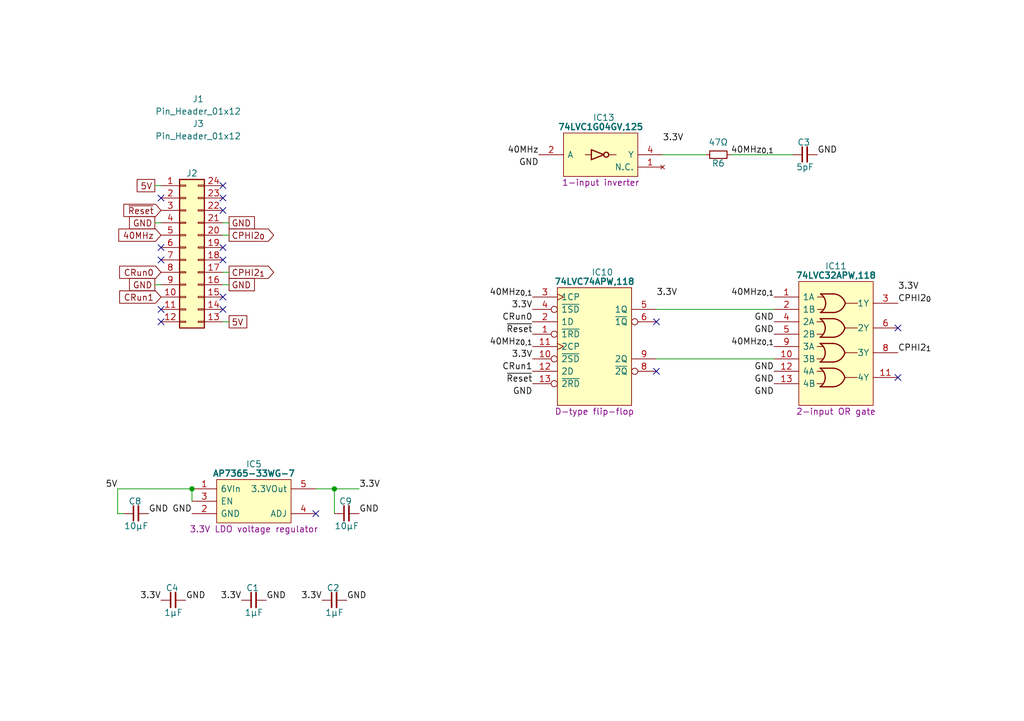
<source format=kicad_sch>
(kicad_sch (version 20250114) (generator "eeschema") (generator_version "9.0")
  (paper "A5")
  (title_block (title "Coprocessor Memory Select") (date "2025-06-17") (rev "V0"))
  (lib_symbols
    (symbol "Connector_Generic:Conn_02x12_Counter_Clockwise" (pin_names (offset 1.016) (hide yes))
      (property "Reference" "J" (at 1.27 15.24 0))
      (property "Value" "Conn_02x12_Counter_Clockwise" (at 1.27 -17.78 0))
      (symbol "Conn_02x12_Counter_Clockwise_1_1"
        (rectangle (start -1.27 13.97) (end 3.81 -16.51) (stroke (width 0.254)) (fill (type background)))
        (rectangle (start -1.27 12.827) (end 0 12.573) (stroke (width 0.1524)))
        (rectangle (start -1.27 10.287) (end 0 10.033) (stroke (width 0.1524)))
        (rectangle (start -1.27 7.747) (end 0 7.493) (stroke (width 0.1524)))
        (rectangle (start -1.27 5.207) (end 0 4.953) (stroke (width 0.1524)))
        (rectangle (start -1.27 2.667) (end 0 2.413) (stroke (width 0.1524)))
        (rectangle (start -1.27 0.127) (end 0 -0.127) (stroke (width 0.1524)))
        (rectangle (start -1.27 -2.413) (end 0 -2.667) (stroke (width 0.1524)))
        (rectangle (start -1.27 -4.953) (end 0 -5.207) (stroke (width 0.1524)))
        (rectangle (start -1.27 -7.493) (end 0 -7.747) (stroke (width 0.1524)))
        (rectangle (start -1.27 -10.033) (end 0 -10.287) (stroke (width 0.1524)))
        (rectangle (start -1.27 -12.573) (end 0 -12.827) (stroke (width 0.1524)))
        (rectangle (start -1.27 -15.113) (end 0 -15.367) (stroke (width 0.1524)))
        (rectangle (start 3.81 12.827) (end 2.54 12.573) (stroke (width 0.1524)))
        (rectangle (start 3.81 10.287) (end 2.54 10.033) (stroke (width 0.1524)))
        (rectangle (start 3.81 7.747) (end 2.54 7.493) (stroke (width 0.1524)))
        (rectangle (start 3.81 5.207) (end 2.54 4.953) (stroke (width 0.1524)))
        (rectangle (start 3.81 2.667) (end 2.54 2.413) (stroke (width 0.1524)))
        (rectangle (start 3.81 0.127) (end 2.54 -0.127) (stroke (width 0.1524)))
        (rectangle (start 3.81 -2.413) (end 2.54 -2.667) (stroke (width 0.1524)))
        (rectangle (start 3.81 -4.953) (end 2.54 -5.207) (stroke (width 0.1524)))
        (rectangle (start 3.81 -7.493) (end 2.54 -7.747) (stroke (width 0.1524)))
        (rectangle (start 3.81 -10.033) (end 2.54 -10.287) (stroke (width 0.1524)))
        (rectangle (start 3.81 -12.573) (end 2.54 -12.827) (stroke (width 0.1524)))
        (rectangle (start 3.81 -15.113) (end 2.54 -15.367) (stroke (width 0.1524)))
        (pin passive line (at -5.08 12.7 0) (length 3.81) (name "Pin_1") (number "1"))
        (pin passive line (at -5.08 10.16 0) (length 3.81) (name "Pin_2") (number "2"))
        (pin passive line (at -5.08 7.62 0) (length 3.81) (name "Pin_3") (number "3"))
        (pin passive line (at -5.08 5.08 0) (length 3.81) (name "Pin_4") (number "4"))
        (pin passive line (at -5.08 2.54 0) (length 3.81) (name "Pin_5") (number "5"))
        (pin passive line (at -5.08 0 0) (length 3.81) (name "Pin_6") (number "6"))
        (pin passive line (at -5.08 -2.54 0) (length 3.81) (name "Pin_7") (number "7"))
        (pin passive line (at -5.08 -5.08 0) (length 3.81) (name "Pin_8") (number "8"))
        (pin passive line (at -5.08 -7.62 0) (length 3.81) (name "Pin_9") (number "9"))
        (pin passive line (at -5.08 -10.16 0) (length 3.81) (name "Pin_10") (number "10"))
        (pin passive line (at -5.08 -12.7 0) (length 3.81) (name "Pin_11") (number "11"))
        (pin passive line (at -5.08 -15.24 0) (length 3.81) (name "Pin_12") (number "12"))
        (pin passive line (at 7.62 12.7 180) (length 3.81) (name "Pin_24") (number "24"))
        (pin passive line (at 7.62 10.16 180) (length 3.81) (name "Pin_23") (number "23"))
        (pin passive line (at 7.62 7.62 180) (length 3.81) (name "Pin_22") (number "22"))
        (pin passive line (at 7.62 5.08 180) (length 3.81) (name "Pin_21") (number "21"))
        (pin passive line (at 7.62 2.54 180) (length 3.81) (name "Pin_20") (number "20"))
        (pin passive line (at 7.62 0 180) (length 3.81) (name "Pin_19") (number "19"))
        (pin passive line (at 7.62 -2.54 180) (length 3.81) (name "Pin_18") (number "18"))
        (pin passive line (at 7.62 -5.08 180) (length 3.81) (name "Pin_17") (number "17"))
        (pin passive line (at 7.62 -7.62 180) (length 3.81) (name "Pin_16") (number "16"))
        (pin passive line (at 7.62 -10.16 180) (length 3.81) (name "Pin_15") (number "15"))
        (pin passive line (at 7.62 -12.7 180) (length 3.81) (name "Pin_14") (number "14"))
        (pin passive line (at 7.62 -15.24 180) (length 3.81) (name "Pin_13") (number "13"))
      )
    )
    (symbol "Diodes_Inc:AP7365-33WG-7" (pin_names (offset 0.762))
      (property "Reference" "IC" (at 12.7 5.08 0))
      (property "Value" "AP7365-33WG-7" (at 12.7 3.175 0))
      (property "Description" "3.3V LDO voltage regulator" (at 12.7 -8.255 0))
      (symbol "AP7365-33WG-7_0_0"
        (pin input line (at 0 -2.54 0) (length 5.08) (name "EN") (number "3"))
        (pin passive line (at 0 -5.08 0) (length 5.08) (name "GND") (number "2"))
        (pin passive line (at 25.4 -5.08 180) (length 5.08) (name "ADJ") (number "4"))
      )
      (symbol "AP7365-33WG-7_0_1"
        (polyline (pts (xy 5.08 1.905) (xy 20.32 1.905) (xy 20.32 -6.985) (xy 5.08 -6.985) (xy 5.08 1.905)) (fill (type background)))
      )
      (symbol "AP7365-33WG-7_1_0"
        (pin passive line (at 0 0 0) (length 5.08) (name "6VIn") (number "1"))
        (pin passive line (at 25.4 0 180) (length 5.08) (name "3.3VOut") (number "5"))
      )
    )
    (symbol "HCP65:C_0805" (pin_numbers (hide yes)) (pin_names (offset 0.254) (hide yes))
      (property "Reference" "C" (at 2.286 2.54 0))
      (property "Value" "?μF" (at 2.54 -2.54 0))
      (symbol "C_0805_0_1"
        (polyline (pts (xy 1.9685 -1.4605) (xy 1.9685 1.5875)) (stroke (width 0.3048)))
        (polyline (pts (xy 2.9845 -1.4605) (xy 2.9845 1.5875)) (stroke (width 0.3302)))
      )
      (symbol "C_0805_1_1"
        (pin passive line (at 0 0 0) (length 2.032) (name "~") (number "1"))
        (pin passive line (at 5.08 0 180) (length 2.032) (name "~") (number "2"))
      )
    )
    (symbol "HCP65:Pin_Header_01x32" (pin_names (offset 1.016) (hide yes))
      (property "Reference" "J" (at 0 1.27 0))
      (property "Value" "Pin_Header_01x32" (at 0 -1.27 0))
    )
    (symbol "HCP65:R_0805" (pin_numbers (hide yes)) (pin_names (hide yes))
      (property "Reference" "R" (at 2.54 1.778 0))
      (property "Value" "?Ω" (at 2.54 -1.905 0))
      (symbol "R_0805_0_1"
        (rectangle (start 0.762 0.762) (end 4.318 -0.762) (stroke (width 0.2032)))
      )
      (symbol "R_0805_1_1"
        (pin passive line (at 0 0 0) (length 0.72) (name "~") (number "1"))
        (pin passive line (at 5.08 0 180) (length 0.72) (name "~") (number "2"))
      )
    )
    (symbol "Nexperia:74LVC1G04GV,125" (pin_names (offset 0.762))
      (property "Reference" "IC" (at 13.335 5.08 0))
      (property "Value" "74LVC1G04GV,125" (at 12.7 3.175 0))
      (property "Description" "1-input inverter" (at 12.7 -8.255 0))
      (symbol "74LVC1G04GV,125_0_0"
        (pin input line (at 0 -2.54 0) (length 5.08) (name "A") (number "2"))
        (pin passive line (at 0 -5.08 0) (length 5.08) (hide yes) (name "GND") (number "3"))
        (pin passive line (at 25.4 0 180) (length 5.08) (hide yes) (name "3V") (number "5"))
        (pin output line (at 25.4 -2.54 180) (length 5.08) (name "Y") (number "4"))
        (pin no_connect line (at 25.4 -5.08 180) (length 5.08) (name "N.C.") (number "1"))
      )
      (symbol "74LVC1G04GV,125_0_1"
        (polyline (pts (xy 5.08 1.905) (xy 20.32 1.905) (xy 20.32 -6.985) (xy 5.08 -6.985) (xy 5.08 1.905)) (stroke (width 0.1524)) (fill (type background)))
        (polyline (pts (xy 9.525 -2.54) (xy 10.7949 -2.54)))
        (rectangle (start 10.795 -1.524) (end 10.795 -3.556) (stroke (width 0.254)) (fill (type background)))
        (polyline (pts (xy 10.795 -3.556) (xy 13.335 -2.54) (xy 10.795 -1.524)) (stroke (width 0.254)))
        (circle (center 13.843 -2.54) (radius 0.508) (stroke (width 0.254)))
        (polyline (pts (xy 14.351 -2.54) (xy 15.875 -2.54)))
      )
    )
    (symbol "Nexperia:74LVC32APW,118" (pin_names (offset 0.762))
      (property "Reference" "IC" (at 12.7 6.35 0))
      (property "Value" "74LVC32APW,118" (at 12.7 4.445 0))
      (property "Description" "2-input OR gate" (at 12.7 -23.495 0))
      (symbol "74LVC32APW,118_0_0"
        (pin passive line (at 0 0 0) (length 5.08) (name "1A") (number "1"))
        (pin passive line (at 0 -2.54 0) (length 5.08) (name "1B") (number "2"))
        (pin passive line (at 0 -5.08 0) (length 5.08) (name "2A") (number "4"))
        (pin passive line (at 0 -7.62 0) (length 5.08) (name "2B") (number "5"))
        (pin passive line (at 0 -10.16 0) (length 5.08) (name "3A") (number "9"))
        (pin passive line (at 0 -12.7 0) (length 5.08) (name "3B") (number "10"))
        (pin passive line (at 0 -15.24 0) (length 5.08) (name "4A") (number "12"))
        (pin passive line (at 0 -17.78 0) (length 5.08) (name "4B") (number "13"))
        (pin passive line (at 0 -20.32 0) (length 5.08) (hide yes) (name "GND") (number "7"))
        (pin passive line (at 25.4 1.27 180) (length 5.08) (hide yes) (name "3V") (number "14"))
        (pin passive line (at 25.4 -1.27 180) (length 5.08) (name "1Y") (number "3"))
        (pin passive line (at 25.4 -6.35 180) (length 5.08) (name "2Y") (number "6"))
        (pin passive line (at 25.4 -11.43 180) (length 5.08) (name "3Y") (number "8"))
        (pin passive line (at 25.4 -16.51 180) (length 5.08) (name "4Y") (number "11"))
      )
      (symbol "74LVC32APW,118_0_1"
        (polyline (pts (xy 5.08 3.175) (xy 20.32 3.175) (xy 20.32 -22.225) (xy 5.08 -22.225) (xy 5.08 3.175)) (stroke (width 0.1524)) (fill (type background)))
        (arc (start 9.437 -4.445) (mid 10.4969 -6.35) (end 9.437 -8.255) (stroke (width 0.254)))
        (arc (start 9.437 -9.525) (mid 10.4969 -11.43) (end 9.437 -13.335) (stroke (width 0.254)))
        (arc (start 9.437 -14.605) (mid 10.4969 -16.51) (end 9.437 -18.415) (stroke (width 0.254)))
        (arc (start 9.525 0.635) (mid 10.5849 -1.27) (end 9.525 -3.175) (stroke (width 0.254)))
        (polyline (pts (xy 8.802 -5.08) (xy 10.0719 -5.08)))
        (polyline (pts (xy 8.802 -7.62) (xy 10.0719 -7.62)))
        (polyline (pts (xy 8.802 -10.16) (xy 10.0719 -10.16)))
        (polyline (pts (xy 8.802 -12.7) (xy 10.0719 -12.7)))
        (polyline (pts (xy 8.802 -15.24) (xy 10.0719 -15.24)))
        (polyline (pts (xy 8.802 -17.78) (xy 10.0719 -17.78)))
        (polyline (pts (xy 8.89 0) (xy 10.1599 0)))
        (polyline (pts (xy 8.89 -2.54) (xy 10.1599 -2.54)))
        (polyline (pts (xy 11.977 -4.445) (xy 9.437 -4.445)) (stroke (width 0.254)) (fill (type background)))
        (polyline (pts (xy 11.977 -8.255) (xy 9.437 -8.255)) (stroke (width 0.254)) (fill (type background)))
        (polyline (pts (xy 11.977 -9.525) (xy 9.437 -9.525)) (stroke (width 0.254)) (fill (type background)))
        (polyline (pts (xy 11.977 -13.335) (xy 9.437 -13.335)) (stroke (width 0.254)) (fill (type background)))
        (polyline (pts (xy 11.977 -14.605) (xy 9.437 -14.605)) (stroke (width 0.254)) (fill (type background)))
        (polyline (pts (xy 11.977 -18.415) (xy 9.437 -18.415)) (stroke (width 0.254)) (fill (type background)))
        (arc (start 14.517 -6.35) (mid 13.5755 -7.7405) (end 11.977 -8.255) (stroke (width 0.254)))
        (arc (start 14.517 -11.43) (mid 13.5755 -12.8205) (end 11.977 -13.335) (stroke (width 0.254)))
        (arc (start 14.517 -16.51) (mid 13.5755 -17.9005) (end 11.977 -18.415) (stroke (width 0.254)))
        (arc (start 11.977 -4.445) (mid 13.576 -4.9588) (end 14.517 -6.35) (stroke (width 0.254)))
        (arc (start 11.977 -9.525) (mid 13.576 -10.0388) (end 14.517 -11.43) (stroke (width 0.254)))
        (arc (start 11.977 -14.605) (mid 13.576 -15.1188) (end 14.517 -16.51) (stroke (width 0.254)))
        (polyline (pts (xy 12.065 0.635) (xy 9.525 0.635)) (stroke (width 0.254)) (fill (type background)))
        (polyline (pts (xy 12.065 -3.175) (xy 9.525 -3.175)) (stroke (width 0.254)) (fill (type background)))
        (arc (start 14.605 -1.27) (mid 13.6633 -2.6604) (end 12.065 -3.175) (stroke (width 0.254)))
        (arc (start 12.065 0.635) (mid 13.664 0.1212) (end 14.605 -1.27) (stroke (width 0.254)))
        (polyline (pts (xy 14.517 -6.35) (xy 17.057 -6.35)))
        (polyline (pts (xy 14.517 -11.43) (xy 17.057 -11.43)))
        (polyline (pts (xy 14.517 -16.51) (xy 17.057 -16.51)))
        (polyline (pts (xy 14.605 -1.27) (xy 17.145 -1.27)))
      )
    )
    (symbol "Nexperia:74LVC74APW,118" (pin_names (offset 0.762))
      (property "Reference" "IC" (at 12.065 5.08 0))
      (property "Value" "74LVC74APW,118" (at 12.7 3.175 0))
      (property "Description" "D-type flip-flop" (at 12.7 -23.495 0))
      (symbol "74LVC74APW,118_0_0"
        (pin input clock (at 0 0 0) (length 5.08) (name "1CP") (number "3"))
        (pin input inverted (at 0 -2.54 0) (length 5.08) (name "~{1SD}") (number "4"))
        (pin input line (at 0 -5.08 0) (length 5.08) (name "1D") (number "2"))
        (pin input inverted (at 0 -7.62 0) (length 5.08) (name "~{1RD}") (number "1"))
        (pin input clock (at 0 -10.16 0) (length 5.08) (name "2CP") (number "11"))
        (pin input inverted (at 0 -12.7 0) (length 5.08) (name "~{2SD}") (number "10"))
        (pin input line (at 0 -15.24 0) (length 5.08) (name "2D") (number "12"))
        (pin input inverted (at 0 -17.78 0) (length 5.08) (name "~{2RD}") (number "13"))
        (pin passive line (at 0 -20.32 0) (length 5.08) (hide yes) (name "GND") (number "7"))
        (pin passive line (at 25.4 0 180) (length 5.08) (hide yes) (name "3V") (number "14"))
        (pin output line (at 25.4 -2.54 180) (length 5.08) (name "1Q") (number "5"))
        (pin output inverted (at 25.4 -5.08 180) (length 5.08) (name "~{1Q}") (number "6"))
        (pin output line (at 25.4 -12.7 180) (length 5.08) (name "2Q") (number "9"))
        (pin output inverted (at 25.4 -15.24 180) (length 5.08) (name "~{2Q}") (number "8"))
      )
      (symbol "74LVC74APW,118_0_1"
        (polyline (pts (xy 5.08 1.905) (xy 20.32 1.905) (xy 20.32 -22.225) (xy 5.08 -22.225) (xy 5.08 1.905)) (stroke (width 0.1524)) (fill (type background)))
      )
    )
  )
  (junction (at 39.37 100.33))
  (junction (at 68.58 100.33))
  (no_connect (at 45.72 38.1))
  (no_connect (at 45.72 53.34))
  (no_connect (at 134.62 66.04))
  (no_connect (at 45.72 63.5))
  (no_connect (at 45.72 50.8))
  (no_connect (at 134.62 76.2))
  (no_connect (at 64.77 105.41))
  (no_connect (at 33.02 63.5))
  (no_connect (at 33.02 66.04))
  (no_connect (at 45.72 60.96))
  (no_connect (at 184.15 67.31))
  (no_connect (at 33.02 53.34))
  (no_connect (at 184.15 77.47))
  (no_connect (at 33.02 50.8))
  (no_connect (at 45.72 40.64))
  (no_connect (at 33.02 40.64))
  (no_connect (at 45.72 43.18))
  (wire (pts (xy 68.58 105.41) (xy 68.58 100.33)))
  (wire (pts (xy 24.13 100.33) (xy 39.37 100.33)))
  (wire (pts (xy 46.99 58.42) (xy 45.72 58.42)))
  (wire (pts (xy 135.89 31.75) (xy 144.78 31.75)))
  (wire (pts (xy 134.62 63.5) (xy 158.75 63.5)))
  (wire (pts (xy 31.75 58.42) (xy 33.02 58.42)))
  (wire (pts (xy 39.37 100.33) (xy 39.37 102.87)))
  (wire (pts (xy 46.99 45.72) (xy 45.72 45.72)))
  (wire (pts (xy 134.62 73.66) (xy 158.75 73.66)))
  (wire (pts (xy 149.86 31.75) (xy 162.56 31.75)))
  (wire (pts (xy 46.99 66.04) (xy 45.72 66.04)))
  (wire (pts (xy 31.75 45.72) (xy 33.02 45.72)))
  (wire (pts (xy 64.77 100.33) (xy 68.58 100.33)))
  (wire (pts (xy 24.13 100.33) (xy 24.13 105.41)))
  (wire (pts (xy 46.99 55.88) (xy 45.72 55.88)))
  (wire (pts (xy 24.13 105.41) (xy 25.4 105.41)))
  (wire (pts (xy 46.99 48.26) (xy 45.72 48.26)))
  (wire (pts (xy 68.58 100.33) (xy 73.66 100.33)))
  (wire (pts (xy 31.75 38.1) (xy 33.02 38.1)))
  (label "CRun1" (at 109.22 76.2 180))
  (label "GND" (at 110.49 34.29 180))
  (label "CPHI2_{1}" (at 184.15 72.39 0))
  (label "40MHz_{0,1}" (at 158.75 60.96 180))
  (label "GND" (at 38.1 123.19 0))
  (label "GND" (at 73.66 105.41 0))
  (label "40MHz_{0,1}" (at 109.22 71.12 180))
  (label "3.3V" (at 184.15 59.69 0))
  (label "GND" (at 30.48 105.41 0))
  (label "5V" (at 24.13 100.33 180))
  (label "40MHz_{0,1}" (at 158.75 71.12 180))
  (label "GND" (at 39.37 105.41 180))
  (label "3.3V" (at 135.89 29.21 0))
  (label "3.3V" (at 134.62 60.96 0))
  (label "GND" (at 158.75 76.2 180))
  (label "CPHI2_{0}" (at 184.15 62.23 0))
  (label "GND" (at 71.12 123.19 0))
  (label "3.3V" (at 109.22 73.66 180))
  (label "GND" (at 158.75 68.58 180))
  (label "3.3V" (at 66.04 123.19 180))
  (label "GND" (at 158.75 81.28 180))
  (label "3.3V" (at 49.53 123.19 180))
  (label "CRun0" (at 109.22 66.04 180))
  (label "40MHz_{0,1}" (at 149.86 31.75 0))
  (label "GND" (at 158.75 78.74 180))
  (label "~{Reset}" (at 109.22 68.58 180))
  (label "GND" (at 109.22 81.28 180))
  (label "3.3V" (at 73.66 100.33 0))
  (label "40MHz_{0,1}" (at 109.22 60.96 180))
  (label "3.3V" (at 109.22 63.5 180))
  (label "GND" (at 158.75 66.04 180))
  (label "~{Reset}" (at 109.22 78.74 180))
  (label "GND" (at 54.61 123.19 0))
  (label "40MHz" (at 110.49 31.75 180))
  (label "GND" (at 167.64 31.75 0))
  (label "3.3V" (at 33.02 123.19 180))
  (global_label "40MHz" (shape input) (at 33.02 48.26 180) (property "Intersheetrefs" "${INTERSHEET_REFS}" (effects (hide yes))))
  (global_label "GND" (shape passive) (at 31.75 58.42 180) (property "Intersheetrefs" "${INTERSHEET_REFS}" (effects (hide yes))))
  (global_label "CPHI2_{0}" (shape output) (at 46.99 48.26 0) (property "Intersheetrefs" "${INTERSHEET_REFS}" (effects (hide yes))))
  (global_label "5V" (shape passive) (at 46.99 66.04 0) (property "Intersheetrefs" "${INTERSHEET_REFS}" (effects (hide yes))))
  (global_label "CRun0" (shape input) (at 33.02 55.88 180) (property "Intersheetrefs" "${INTERSHEET_REFS}" (effects (hide yes))))
  (global_label "GND" (shape passive) (at 31.75 45.72 180) (property "Intersheetrefs" "${INTERSHEET_REFS}" (effects (hide yes))))
  (global_label "5V" (shape passive) (at 31.75 38.1 180) (property "Intersheetrefs" "${INTERSHEET_REFS}" (effects (hide yes))))
  (global_label "CPHI2_{1}" (shape output) (at 46.99 55.88 0) (property "Intersheetrefs" "${INTERSHEET_REFS}" (effects (hide yes))))
  (global_label "GND" (shape passive) (at 46.99 45.72 0) (property "Intersheetrefs" "${INTERSHEET_REFS}" (effects (hide yes))))
  (global_label "~{Reset}" (shape input) (at 33.02 43.18 180) (property "Intersheetrefs" "${INTERSHEET_REFS}" (effects (hide yes))))
  (global_label "GND" (shape passive) (at 46.99 58.42 0) (property "Intersheetrefs" "${INTERSHEET_REFS}" (effects (hide yes))))
  (global_label "CRun1" (shape input) (at 33.02 60.96 180) (property "Intersheetrefs" "${INTERSHEET_REFS}" (effects (hide yes))))
  (symbol (lib_id "HCP65:C_0805") (at 162.56 31.75 0) (unit 1)
    (property "Reference" "C3" (at 164.846 29.21 0))
    (property "Value" "5pF" (at 165.1 34.29 0))
    (property "Footprint" "SamacSys_Parts:C_0805" (effects (hide yes)))
  )
  (symbol (lib_id "Nexperia:74LVC32APW,118") (at 158.75 60.96 0) (unit 1)
    (property "Reference" "IC11" (at 171.45 54.61 0))
    (property "Value" "74LVC32APW,118" (at 171.45 56.515 0) (effects (font (bold yes))))
    (property "Footprint" "SamacSys_Parts:SOP65P640X110-14N" (effects (hide yes)))
    (property "Datasheet" "https://assets.nexperia.com/documents/data-sheet/74LVC32A.pdf" (effects (hide yes)))
    (property "Description" "2-input OR gate" (at 171.45 84.455 0))
    (property "Height" "1.1" (effects (hide yes)))
    (property "Manufacturer_Name" "Nexperia" (effects (hide yes)))
    (property "Manufacturer_Part_Number" "74LVC32APW,118" (effects (hide yes)))
    (property "Mouser Part Number" "771-74LVC32APW-T" (effects (hide yes)))
    (property "Mouser Price/Stock" "https://www.mouser.com/Search/Refine.aspx?Keyword=771-74LVC32APW-T" (effects (hide yes)))
    (property "Silkscreen" "74LVC32" (effects (hide yes)))
  )
  (symbol (lib_id "HCP65:C_0805") (at 66.04 123.19 0) (unit 1)
    (property "Reference" "C2" (at 68.326 120.65 0))
    (property "Value" "1μF" (at 68.58 125.73 0))
    (property "Footprint" "SamacSys_Parts:C_0805" (effects (hide yes)))
  )
  (symbol (lib_id "Nexperia:74LVC74APW,118") (at 109.22 60.96 0) (unit 1)
    (property "Reference" "IC10" (at 121.285 55.88 0) (effects (justify left)))
    (property "Value" "74LVC74APW,118" (at 121.92 57.785 0) (effects (font (bold yes))))
    (property "Footprint" "SamacSys_Parts:SOP65P640X110-14N" (effects (hide yes)))
    (property "Datasheet" "https://assets.nexperia.com/documents/data-sheet/74LVC74A.pdf" (effects (hide yes)))
    (property "Description" "D-type flip-flop" (at 121.92 84.455 0))
    (property "Height" "1.1" (effects (hide yes)))
    (property "Mouser Part Number" "771-74LVC74APW-T" (effects (hide yes)))
    (property "Mouser Price/Stock" "https://www.mouser.co.uk/ProductDetail/Nexperia/74LVC74APW118?qs=me8TqzrmIYVtXwVfet0lzw%3D%3D" (effects (hide yes)))
    (property "Manufacturer_Name" "Nexperia" (effects (hide yes)))
    (property "Manufacturer_Part_Number" "74LVC74APW,118" (effects (hide yes)))
    (property "Silkscreen" "74LVC74" (effects (hide yes)))
    (property "Garbage" "74LVC74A - Dual D-type flip-flop with set and reset; positive-edge trigger@en-us" (effects (hide yes)))
  )
  (symbol (lib_id "HCP65:C_0805") (at 33.02 123.19 0) (unit 1)
    (property "Reference" "C4" (at 35.306 120.65 0))
    (property "Value" "1μF" (at 35.56 125.73 0))
    (property "Footprint" "SamacSys_Parts:C_0805" (effects (hide yes)))
  )
  (symbol (lib_id "HCP65:Pin_Header_01x32") (at 40.64 21.59 0) (mirror y) (unit 1)
    (property "Reference" "J1" (at 40.64 20.32 0))
    (property "Value" "Pin_Header_01x12" (at 40.64 22.86 0))
    (property "Footprint" "SamacSys_Parts:PinHeader_1x12_P2.54mm_Vertical" (effects (hide yes)))
  )
  (symbol (lib_id "Nexperia:74LVC1G04GV,125") (at 110.49 29.21 0) (unit 1)
    (property "Reference" "IC13" (at 123.825 24.13 0))
    (property "Value" "74LVC1G04GV,125" (at 123.19 26.035 0) (effects (font (bold yes))))
    (property "Footprint" "SamacSys_Parts:SOT95P275X110-5N" (effects (hide yes)))
    (property "Datasheet" "https://assets.nexperia.com/documents/data-sheet/74LVC1G04.pdf" (effects (hide yes)))
    (property "Description" "1-input inverter" (at 123.19 37.465 0))
    (property "Height" "1.1" (effects (hide yes)))
    (property "Manufacturer_Name" "Nexperia" (effects (hide yes)))
    (property "Manufacturer_Part_Number" "74LVC1G04GV,125" (effects (hide yes)))
    (property "Mouser Part Number" "771-74LVC1G04GV" (effects (hide yes)))
    (property "Mouser Price/Stock" "https://www.mouser.co.uk/ProductDetail/Nexperia/74LVC1G04GV125?qs=me8TqzrmIYW6McwMAxl%2F9w%3D%3D" (effects (hide yes)))
    (property "Silkscreen" "'1G04" (effects (hide yes)))
  )
  (symbol (lib_id "HCP65:C_0805") (at 25.4 105.41 0) (unit 1)
    (property "Reference" "C8" (at 27.686 102.87 0))
    (property "Value" "10µF" (at 25.4 107.95 0) (effects (justify left)))
    (property "Footprint" "SamacSys_Parts:C_0805" (effects (hide yes)))
  )
  (symbol (lib_id "HCP65:Pin_Header_01x32") (at 40.64 26.67 0) (unit 1)
    (property "Reference" "J3" (at 40.64 25.4 0))
    (property "Value" "Pin_Header_01x12" (at 40.64 27.94 0))
    (property "Footprint" "SamacSys_Parts:PinHeader_1x12_P2.54mm_Vertical" (effects (hide yes)))
  )
  (symbol (lib_id "Diodes_Inc:AP7365-33WG-7") (at 39.37 100.33 0) (unit 1)
    (property "Reference" "IC5" (at 52.07 95.25 0))
    (property "Value" "AP7365-33WG-7" (at 52.07 97.155 0) (effects (font (bold yes))))
    (property "Footprint" "SamacSys_Parts:SOT95P285X130-5N" (effects (hide yes)))
    (property "Datasheet" "https://componentsearchengine.com/Datasheets/1/AP7365-33WG-7.pdf" (effects (hide yes)))
    (property "Description" "3.3V LDO voltage regulator" (at 52.07 108.585 0))
    (property "Height" "1.3" (effects (hide yes)))
    (property "Manufacturer_Name" "Diodes Inc." (effects (hide yes)))
    (property "Manufacturer_Part_Number" "AP7365-33WG-7" (effects (hide yes)))
    (property "Mouser Part Number" "621-AP7365-33WG-7" (effects (hide yes)))
    (property "Mouser Price/Stock" "https://www.mouser.co.uk/ProductDetail/Diodes-Incorporated/AP7365-33WG-7?qs=abZ1nkZpTuOZFvxvoFPL0w%3D%3D" (effects (hide yes)))
    (property "Arrow Part Number" "AP7365-33WG-7" (effects (hide yes)))
    (property "Arrow Price/Stock" "https://www.arrow.com/en/products/ap7365-33wg-7/diodes-incorporated?region=nac" (effects (hide yes)))
    (property "Silkscreen" "AP7365" (effects (hide yes)))
  )
  (symbol (lib_id "HCP65:C_0805") (at 68.58 105.41 0) (unit 1)
    (property "Reference" "C9" (at 70.866 102.87 0))
    (property "Value" "10µF" (at 68.58 107.95 0) (effects (justify left)))
    (property "Footprint" "SamacSys_Parts:C_0805" (effects (hide yes)))
  )
  (symbol (lib_id "Connector_Generic:Conn_02x12_Counter_Clockwise") (at 38.1 50.8 0) (unit 1)
    (property "Reference" "J2" (at 39.37 35.56 0))
    (property "Value" "Conn_02x12_Counter_Clockwise" (effects (hide yes)))
    (property "Footprint" "SamacSys_Parts:DIP-24_Board_W15.24mm" (effects (hide yes)))
    (property "Description" "Generic connector, double row, 02x12, counter clockwise pin numbering scheme (similar to DIP package numbering), script generated (kicad-library-utils/schlib/autogen/connector/)" (effects (hide yes)))
  )
  (symbol (lib_id "HCP65:R_0805") (at 149.86 31.75 180) (unit 1)
    (property "Reference" "R6" (at 147.32 33.528 0))
    (property "Value" "47Ω" (at 147.32 29.21 0))
    (property "Footprint" "SamacSys_Parts:R_0805" (effects (hide yes)))
  )
  (symbol (lib_id "HCP65:C_0805") (at 49.53 123.19 0) (unit 1)
    (property "Reference" "C1" (at 51.816 120.65 0))
    (property "Value" "1μF" (at 52.07 125.73 0))
    (property "Footprint" "SamacSys_Parts:C_0805" (effects (hide yes)))
  )
)
</source>
